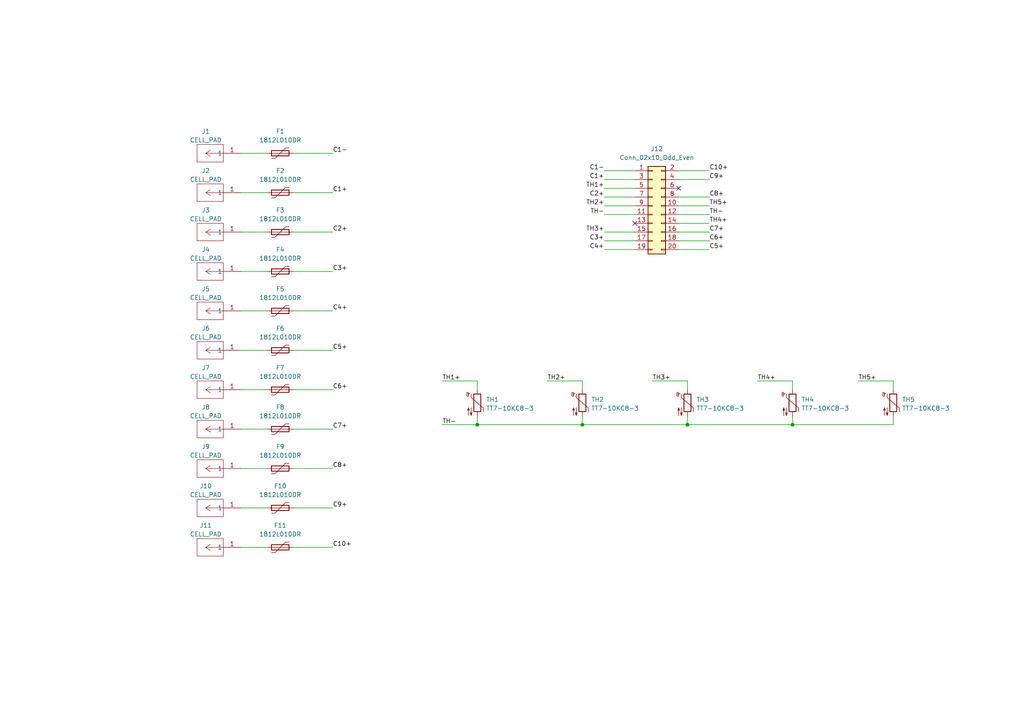
<source format=kicad_sch>
(kicad_sch
	(version 20231120)
	(generator "eeschema")
	(generator_version "8.0")
	(uuid "b652b05a-4e3d-4ad1-b032-18886abe7d45")
	(paper "A4")
	(title_block
		(title "Accumulator Management System Measurement Board")
		(date "2023-11-16")
		(rev "${REVISION}")
		(company "Author: Bartłomiej Dymaczewski")
		(comment 1 "Reviewer:")
	)
	(lib_symbols
		(symbol "Connector_Generic:Conn_02x10_Odd_Even"
			(pin_names
				(offset 1.016) hide)
			(exclude_from_sim no)
			(in_bom yes)
			(on_board yes)
			(property "Reference" "J"
				(at 1.27 12.7 0)
				(effects
					(font
						(size 1.27 1.27)
					)
				)
			)
			(property "Value" "Conn_02x10_Odd_Even"
				(at 1.27 -15.24 0)
				(effects
					(font
						(size 1.27 1.27)
					)
				)
			)
			(property "Footprint" ""
				(at 0 0 0)
				(effects
					(font
						(size 1.27 1.27)
					)
					(hide yes)
				)
			)
			(property "Datasheet" "~"
				(at 0 0 0)
				(effects
					(font
						(size 1.27 1.27)
					)
					(hide yes)
				)
			)
			(property "Description" "Generic connector, double row, 02x10, odd/even pin numbering scheme (row 1 odd numbers, row 2 even numbers), script generated (kicad-library-utils/schlib/autogen/connector/)"
				(at 0 0 0)
				(effects
					(font
						(size 1.27 1.27)
					)
					(hide yes)
				)
			)
			(property "ki_keywords" "connector"
				(at 0 0 0)
				(effects
					(font
						(size 1.27 1.27)
					)
					(hide yes)
				)
			)
			(property "ki_fp_filters" "Connector*:*_2x??_*"
				(at 0 0 0)
				(effects
					(font
						(size 1.27 1.27)
					)
					(hide yes)
				)
			)
			(symbol "Conn_02x10_Odd_Even_1_1"
				(rectangle
					(start -1.27 -12.573)
					(end 0 -12.827)
					(stroke
						(width 0.1524)
						(type default)
					)
					(fill
						(type none)
					)
				)
				(rectangle
					(start -1.27 -10.033)
					(end 0 -10.287)
					(stroke
						(width 0.1524)
						(type default)
					)
					(fill
						(type none)
					)
				)
				(rectangle
					(start -1.27 -7.493)
					(end 0 -7.747)
					(stroke
						(width 0.1524)
						(type default)
					)
					(fill
						(type none)
					)
				)
				(rectangle
					(start -1.27 -4.953)
					(end 0 -5.207)
					(stroke
						(width 0.1524)
						(type default)
					)
					(fill
						(type none)
					)
				)
				(rectangle
					(start -1.27 -2.413)
					(end 0 -2.667)
					(stroke
						(width 0.1524)
						(type default)
					)
					(fill
						(type none)
					)
				)
				(rectangle
					(start -1.27 0.127)
					(end 0 -0.127)
					(stroke
						(width 0.1524)
						(type default)
					)
					(fill
						(type none)
					)
				)
				(rectangle
					(start -1.27 2.667)
					(end 0 2.413)
					(stroke
						(width 0.1524)
						(type default)
					)
					(fill
						(type none)
					)
				)
				(rectangle
					(start -1.27 5.207)
					(end 0 4.953)
					(stroke
						(width 0.1524)
						(type default)
					)
					(fill
						(type none)
					)
				)
				(rectangle
					(start -1.27 7.747)
					(end 0 7.493)
					(stroke
						(width 0.1524)
						(type default)
					)
					(fill
						(type none)
					)
				)
				(rectangle
					(start -1.27 10.287)
					(end 0 10.033)
					(stroke
						(width 0.1524)
						(type default)
					)
					(fill
						(type none)
					)
				)
				(rectangle
					(start -1.27 11.43)
					(end 3.81 -13.97)
					(stroke
						(width 0.254)
						(type default)
					)
					(fill
						(type background)
					)
				)
				(rectangle
					(start 3.81 -12.573)
					(end 2.54 -12.827)
					(stroke
						(width 0.1524)
						(type default)
					)
					(fill
						(type none)
					)
				)
				(rectangle
					(start 3.81 -10.033)
					(end 2.54 -10.287)
					(stroke
						(width 0.1524)
						(type default)
					)
					(fill
						(type none)
					)
				)
				(rectangle
					(start 3.81 -7.493)
					(end 2.54 -7.747)
					(stroke
						(width 0.1524)
						(type default)
					)
					(fill
						(type none)
					)
				)
				(rectangle
					(start 3.81 -4.953)
					(end 2.54 -5.207)
					(stroke
						(width 0.1524)
						(type default)
					)
					(fill
						(type none)
					)
				)
				(rectangle
					(start 3.81 -2.413)
					(end 2.54 -2.667)
					(stroke
						(width 0.1524)
						(type default)
					)
					(fill
						(type none)
					)
				)
				(rectangle
					(start 3.81 0.127)
					(end 2.54 -0.127)
					(stroke
						(width 0.1524)
						(type default)
					)
					(fill
						(type none)
					)
				)
				(rectangle
					(start 3.81 2.667)
					(end 2.54 2.413)
					(stroke
						(width 0.1524)
						(type default)
					)
					(fill
						(type none)
					)
				)
				(rectangle
					(start 3.81 5.207)
					(end 2.54 4.953)
					(stroke
						(width 0.1524)
						(type default)
					)
					(fill
						(type none)
					)
				)
				(rectangle
					(start 3.81 7.747)
					(end 2.54 7.493)
					(stroke
						(width 0.1524)
						(type default)
					)
					(fill
						(type none)
					)
				)
				(rectangle
					(start 3.81 10.287)
					(end 2.54 10.033)
					(stroke
						(width 0.1524)
						(type default)
					)
					(fill
						(type none)
					)
				)
				(pin passive line
					(at -5.08 10.16 0)
					(length 3.81)
					(name "Pin_1"
						(effects
							(font
								(size 1.27 1.27)
							)
						)
					)
					(number "1"
						(effects
							(font
								(size 1.27 1.27)
							)
						)
					)
				)
				(pin passive line
					(at 7.62 0 180)
					(length 3.81)
					(name "Pin_10"
						(effects
							(font
								(size 1.27 1.27)
							)
						)
					)
					(number "10"
						(effects
							(font
								(size 1.27 1.27)
							)
						)
					)
				)
				(pin passive line
					(at -5.08 -2.54 0)
					(length 3.81)
					(name "Pin_11"
						(effects
							(font
								(size 1.27 1.27)
							)
						)
					)
					(number "11"
						(effects
							(font
								(size 1.27 1.27)
							)
						)
					)
				)
				(pin passive line
					(at 7.62 -2.54 180)
					(length 3.81)
					(name "Pin_12"
						(effects
							(font
								(size 1.27 1.27)
							)
						)
					)
					(number "12"
						(effects
							(font
								(size 1.27 1.27)
							)
						)
					)
				)
				(pin passive line
					(at -5.08 -5.08 0)
					(length 3.81)
					(name "Pin_13"
						(effects
							(font
								(size 1.27 1.27)
							)
						)
					)
					(number "13"
						(effects
							(font
								(size 1.27 1.27)
							)
						)
					)
				)
				(pin passive line
					(at 7.62 -5.08 180)
					(length 3.81)
					(name "Pin_14"
						(effects
							(font
								(size 1.27 1.27)
							)
						)
					)
					(number "14"
						(effects
							(font
								(size 1.27 1.27)
							)
						)
					)
				)
				(pin passive line
					(at -5.08 -7.62 0)
					(length 3.81)
					(name "Pin_15"
						(effects
							(font
								(size 1.27 1.27)
							)
						)
					)
					(number "15"
						(effects
							(font
								(size 1.27 1.27)
							)
						)
					)
				)
				(pin passive line
					(at 7.62 -7.62 180)
					(length 3.81)
					(name "Pin_16"
						(effects
							(font
								(size 1.27 1.27)
							)
						)
					)
					(number "16"
						(effects
							(font
								(size 1.27 1.27)
							)
						)
					)
				)
				(pin passive line
					(at -5.08 -10.16 0)
					(length 3.81)
					(name "Pin_17"
						(effects
							(font
								(size 1.27 1.27)
							)
						)
					)
					(number "17"
						(effects
							(font
								(size 1.27 1.27)
							)
						)
					)
				)
				(pin passive line
					(at 7.62 -10.16 180)
					(length 3.81)
					(name "Pin_18"
						(effects
							(font
								(size 1.27 1.27)
							)
						)
					)
					(number "18"
						(effects
							(font
								(size 1.27 1.27)
							)
						)
					)
				)
				(pin passive line
					(at -5.08 -12.7 0)
					(length 3.81)
					(name "Pin_19"
						(effects
							(font
								(size 1.27 1.27)
							)
						)
					)
					(number "19"
						(effects
							(font
								(size 1.27 1.27)
							)
						)
					)
				)
				(pin passive line
					(at 7.62 10.16 180)
					(length 3.81)
					(name "Pin_2"
						(effects
							(font
								(size 1.27 1.27)
							)
						)
					)
					(number "2"
						(effects
							(font
								(size 1.27 1.27)
							)
						)
					)
				)
				(pin passive line
					(at 7.62 -12.7 180)
					(length 3.81)
					(name "Pin_20"
						(effects
							(font
								(size 1.27 1.27)
							)
						)
					)
					(number "20"
						(effects
							(font
								(size 1.27 1.27)
							)
						)
					)
				)
				(pin passive line
					(at -5.08 7.62 0)
					(length 3.81)
					(name "Pin_3"
						(effects
							(font
								(size 1.27 1.27)
							)
						)
					)
					(number "3"
						(effects
							(font
								(size 1.27 1.27)
							)
						)
					)
				)
				(pin passive line
					(at 7.62 7.62 180)
					(length 3.81)
					(name "Pin_4"
						(effects
							(font
								(size 1.27 1.27)
							)
						)
					)
					(number "4"
						(effects
							(font
								(size 1.27 1.27)
							)
						)
					)
				)
				(pin passive line
					(at -5.08 5.08 0)
					(length 3.81)
					(name "Pin_5"
						(effects
							(font
								(size 1.27 1.27)
							)
						)
					)
					(number "5"
						(effects
							(font
								(size 1.27 1.27)
							)
						)
					)
				)
				(pin passive line
					(at 7.62 5.08 180)
					(length 3.81)
					(name "Pin_6"
						(effects
							(font
								(size 1.27 1.27)
							)
						)
					)
					(number "6"
						(effects
							(font
								(size 1.27 1.27)
							)
						)
					)
				)
				(pin passive line
					(at -5.08 2.54 0)
					(length 3.81)
					(name "Pin_7"
						(effects
							(font
								(size 1.27 1.27)
							)
						)
					)
					(number "7"
						(effects
							(font
								(size 1.27 1.27)
							)
						)
					)
				)
				(pin passive line
					(at 7.62 2.54 180)
					(length 3.81)
					(name "Pin_8"
						(effects
							(font
								(size 1.27 1.27)
							)
						)
					)
					(number "8"
						(effects
							(font
								(size 1.27 1.27)
							)
						)
					)
				)
				(pin passive line
					(at -5.08 0 0)
					(length 3.81)
					(name "Pin_9"
						(effects
							(font
								(size 1.27 1.27)
							)
						)
					)
					(number "9"
						(effects
							(font
								(size 1.27 1.27)
							)
						)
					)
				)
			)
		)
		(symbol "Device:Polyfuse"
			(pin_numbers hide)
			(pin_names
				(offset 0)
			)
			(exclude_from_sim no)
			(in_bom yes)
			(on_board yes)
			(property "Reference" "F"
				(at -2.54 0 90)
				(effects
					(font
						(size 1.27 1.27)
					)
				)
			)
			(property "Value" "Polyfuse"
				(at 2.54 0 90)
				(effects
					(font
						(size 1.27 1.27)
					)
				)
			)
			(property "Footprint" ""
				(at 1.27 -5.08 0)
				(effects
					(font
						(size 1.27 1.27)
					)
					(justify left)
					(hide yes)
				)
			)
			(property "Datasheet" "~"
				(at 0 0 0)
				(effects
					(font
						(size 1.27 1.27)
					)
					(hide yes)
				)
			)
			(property "Description" "Resettable fuse, polymeric positive temperature coefficient"
				(at 0 0 0)
				(effects
					(font
						(size 1.27 1.27)
					)
					(hide yes)
				)
			)
			(property "ki_keywords" "resettable fuse PTC PPTC polyfuse polyswitch"
				(at 0 0 0)
				(effects
					(font
						(size 1.27 1.27)
					)
					(hide yes)
				)
			)
			(property "ki_fp_filters" "*polyfuse* *PTC*"
				(at 0 0 0)
				(effects
					(font
						(size 1.27 1.27)
					)
					(hide yes)
				)
			)
			(symbol "Polyfuse_0_1"
				(rectangle
					(start -0.762 2.54)
					(end 0.762 -2.54)
					(stroke
						(width 0.254)
						(type default)
					)
					(fill
						(type none)
					)
				)
				(polyline
					(pts
						(xy 0 2.54) (xy 0 -2.54)
					)
					(stroke
						(width 0)
						(type default)
					)
					(fill
						(type none)
					)
				)
				(polyline
					(pts
						(xy -1.524 2.54) (xy -1.524 1.524) (xy 1.524 -1.524) (xy 1.524 -2.54)
					)
					(stroke
						(width 0)
						(type default)
					)
					(fill
						(type none)
					)
				)
			)
			(symbol "Polyfuse_1_1"
				(pin passive line
					(at 0 3.81 270)
					(length 1.27)
					(name "~"
						(effects
							(font
								(size 1.27 1.27)
							)
						)
					)
					(number "1"
						(effects
							(font
								(size 1.27 1.27)
							)
						)
					)
				)
				(pin passive line
					(at 0 -3.81 90)
					(length 1.27)
					(name "~"
						(effects
							(font
								(size 1.27 1.27)
							)
						)
					)
					(number "2"
						(effects
							(font
								(size 1.27 1.27)
							)
						)
					)
				)
			)
		)
		(symbol "Device:Thermistor_NTC"
			(pin_numbers hide)
			(pin_names
				(offset 0)
			)
			(exclude_from_sim no)
			(in_bom yes)
			(on_board yes)
			(property "Reference" "TH"
				(at -4.445 0 90)
				(effects
					(font
						(size 1.27 1.27)
					)
				)
			)
			(property "Value" "Thermistor_NTC"
				(at 3.175 0 90)
				(effects
					(font
						(size 1.27 1.27)
					)
				)
			)
			(property "Footprint" ""
				(at 0 1.27 0)
				(effects
					(font
						(size 1.27 1.27)
					)
					(hide yes)
				)
			)
			(property "Datasheet" "~"
				(at 0 1.27 0)
				(effects
					(font
						(size 1.27 1.27)
					)
					(hide yes)
				)
			)
			(property "Description" "Temperature dependent resistor, negative temperature coefficient"
				(at 0 0 0)
				(effects
					(font
						(size 1.27 1.27)
					)
					(hide yes)
				)
			)
			(property "ki_keywords" "thermistor NTC resistor sensor RTD"
				(at 0 0 0)
				(effects
					(font
						(size 1.27 1.27)
					)
					(hide yes)
				)
			)
			(property "ki_fp_filters" "*NTC* *Thermistor* PIN?ARRAY* bornier* *Terminal?Block* R_*"
				(at 0 0 0)
				(effects
					(font
						(size 1.27 1.27)
					)
					(hide yes)
				)
			)
			(symbol "Thermistor_NTC_0_1"
				(arc
					(start -3.048 2.159)
					(mid -3.0495 2.3143)
					(end -3.175 2.413)
					(stroke
						(width 0)
						(type default)
					)
					(fill
						(type none)
					)
				)
				(arc
					(start -3.048 2.159)
					(mid -2.9736 1.9794)
					(end -2.794 1.905)
					(stroke
						(width 0)
						(type default)
					)
					(fill
						(type none)
					)
				)
				(arc
					(start -3.048 2.794)
					(mid -2.9736 2.6144)
					(end -2.794 2.54)
					(stroke
						(width 0)
						(type default)
					)
					(fill
						(type none)
					)
				)
				(arc
					(start -2.794 1.905)
					(mid -2.6144 1.9794)
					(end -2.54 2.159)
					(stroke
						(width 0)
						(type default)
					)
					(fill
						(type none)
					)
				)
				(arc
					(start -2.794 2.54)
					(mid -2.4393 2.5587)
					(end -2.159 2.794)
					(stroke
						(width 0)
						(type default)
					)
					(fill
						(type none)
					)
				)
				(arc
					(start -2.794 3.048)
					(mid -2.9736 2.9736)
					(end -3.048 2.794)
					(stroke
						(width 0)
						(type default)
					)
					(fill
						(type none)
					)
				)
				(arc
					(start -2.54 2.794)
					(mid -2.6144 2.9736)
					(end -2.794 3.048)
					(stroke
						(width 0)
						(type default)
					)
					(fill
						(type none)
					)
				)
				(rectangle
					(start -1.016 2.54)
					(end 1.016 -2.54)
					(stroke
						(width 0.254)
						(type default)
					)
					(fill
						(type none)
					)
				)
				(polyline
					(pts
						(xy -2.54 2.159) (xy -2.54 2.794)
					)
					(stroke
						(width 0)
						(type default)
					)
					(fill
						(type none)
					)
				)
				(polyline
					(pts
						(xy -1.778 2.54) (xy -1.778 1.524) (xy 1.778 -1.524) (xy 1.778 -2.54)
					)
					(stroke
						(width 0)
						(type default)
					)
					(fill
						(type none)
					)
				)
				(polyline
					(pts
						(xy -2.54 -3.683) (xy -2.54 -1.397) (xy -2.794 -2.159) (xy -2.286 -2.159) (xy -2.54 -1.397) (xy -2.54 -1.651)
					)
					(stroke
						(width 0)
						(type default)
					)
					(fill
						(type outline)
					)
				)
				(polyline
					(pts
						(xy -1.778 -1.397) (xy -1.778 -3.683) (xy -2.032 -2.921) (xy -1.524 -2.921) (xy -1.778 -3.683)
						(xy -1.778 -3.429)
					)
					(stroke
						(width 0)
						(type default)
					)
					(fill
						(type outline)
					)
				)
			)
			(symbol "Thermistor_NTC_1_1"
				(pin passive line
					(at 0 3.81 270)
					(length 1.27)
					(name "~"
						(effects
							(font
								(size 1.27 1.27)
							)
						)
					)
					(number "1"
						(effects
							(font
								(size 1.27 1.27)
							)
						)
					)
				)
				(pin passive line
					(at 0 -3.81 90)
					(length 1.27)
					(name "~"
						(effects
							(font
								(size 1.27 1.27)
							)
						)
					)
					(number "2"
						(effects
							(font
								(size 1.27 1.27)
							)
						)
					)
				)
			)
		)
		(symbol "Wago Connector:2065-100_998-403"
			(pin_names
				(offset 0.254)
			)
			(exclude_from_sim no)
			(in_bom yes)
			(on_board yes)
			(property "Reference" "J"
				(at -1.27 6.35 0)
				(effects
					(font
						(size 1.524 1.524)
					)
				)
			)
			(property "Value" "2065-100/998-403"
				(at 0 0 0)
				(effects
					(font
						(size 1.524 1.524)
					)
				)
			)
			(property "Footprint" "CONN_2065-100/998-403_1_WAG"
				(at 0 0 0)
				(effects
					(font
						(size 1.27 1.27)
						(italic yes)
					)
					(hide yes)
				)
			)
			(property "Datasheet" "2065-100/998-403"
				(at 0 0 0)
				(effects
					(font
						(size 1.27 1.27)
						(italic yes)
					)
					(hide yes)
				)
			)
			(property "Description" ""
				(at 0 0 0)
				(effects
					(font
						(size 1.27 1.27)
					)
					(hide yes)
				)
			)
			(property "ki_locked" ""
				(at 0 0 0)
				(effects
					(font
						(size 1.27 1.27)
					)
				)
			)
			(property "ki_keywords" "2065-100/998-403"
				(at 0 0 0)
				(effects
					(font
						(size 1.27 1.27)
					)
					(hide yes)
				)
			)
			(property "ki_fp_filters" "CONN_2065-100/998-403_1_WAG"
				(at 0 0 0)
				(effects
					(font
						(size 1.27 1.27)
					)
					(hide yes)
				)
			)
			(symbol "2065-100_998-403_1_1"
				(polyline
					(pts
						(xy -5.08 -2.54) (xy 2.54 -2.54)
					)
					(stroke
						(width 0.127)
						(type default)
					)
					(fill
						(type none)
					)
				)
				(polyline
					(pts
						(xy -5.08 2.54) (xy -5.08 -2.54)
					)
					(stroke
						(width 0.127)
						(type default)
					)
					(fill
						(type none)
					)
				)
				(polyline
					(pts
						(xy 0 0) (xy -5.08 0)
					)
					(stroke
						(width 0.127)
						(type default)
					)
					(fill
						(type none)
					)
				)
				(polyline
					(pts
						(xy 0 0) (xy -1.27 -0.8467)
					)
					(stroke
						(width 0.127)
						(type default)
					)
					(fill
						(type none)
					)
				)
				(polyline
					(pts
						(xy 0 0) (xy -1.27 0.8467)
					)
					(stroke
						(width 0.127)
						(type default)
					)
					(fill
						(type none)
					)
				)
				(polyline
					(pts
						(xy 2.54 -2.54) (xy 2.54 2.54)
					)
					(stroke
						(width 0.127)
						(type default)
					)
					(fill
						(type none)
					)
				)
				(polyline
					(pts
						(xy 2.54 2.54) (xy -5.08 2.54)
					)
					(stroke
						(width 0.127)
						(type default)
					)
					(fill
						(type none)
					)
				)
				(pin unspecified line
					(at -10.16 0 0)
					(length 5.08)
					(name "1"
						(effects
							(font
								(size 1.27 1.27)
							)
						)
					)
					(number "1"
						(effects
							(font
								(size 1.27 1.27)
							)
						)
					)
				)
			)
			(symbol "2065-100_998-403_1_2"
				(polyline
					(pts
						(xy -5.08 -2.54) (xy 2.54 -2.54)
					)
					(stroke
						(width 0.127)
						(type default)
					)
					(fill
						(type none)
					)
				)
				(polyline
					(pts
						(xy -5.08 2.54) (xy -5.08 -2.54)
					)
					(stroke
						(width 0.127)
						(type default)
					)
					(fill
						(type none)
					)
				)
				(polyline
					(pts
						(xy -2.54 0) (xy -5.08 0)
					)
					(stroke
						(width 0.127)
						(type default)
					)
					(fill
						(type none)
					)
				)
				(polyline
					(pts
						(xy -2.54 0) (xy -1.27 -0.8467)
					)
					(stroke
						(width 0.127)
						(type default)
					)
					(fill
						(type none)
					)
				)
				(polyline
					(pts
						(xy -2.54 0) (xy -1.27 0.8467)
					)
					(stroke
						(width 0.127)
						(type default)
					)
					(fill
						(type none)
					)
				)
				(polyline
					(pts
						(xy 2.54 -2.54) (xy 2.54 2.54)
					)
					(stroke
						(width 0.127)
						(type default)
					)
					(fill
						(type none)
					)
				)
				(polyline
					(pts
						(xy 2.54 2.54) (xy -5.08 2.54)
					)
					(stroke
						(width 0.127)
						(type default)
					)
					(fill
						(type none)
					)
				)
				(pin unspecified line
					(at -10.16 0 0)
					(length 5.08)
					(name "1"
						(effects
							(font
								(size 1.27 1.27)
							)
						)
					)
					(number "1"
						(effects
							(font
								(size 1.27 1.27)
							)
						)
					)
				)
			)
		)
	)
	(junction
		(at 199.39 123.19)
		(diameter 0)
		(color 0 0 0 0)
		(uuid "361cabbc-978d-411c-bd01-a751244b0846")
	)
	(junction
		(at 168.91 123.19)
		(diameter 0)
		(color 0 0 0 0)
		(uuid "66e98506-6d3f-48c0-aa1d-211faad581d2")
	)
	(junction
		(at 138.43 123.19)
		(diameter 0)
		(color 0 0 0 0)
		(uuid "9aa468e2-06d3-49f7-9a93-ba9a6e85e047")
	)
	(junction
		(at 229.87 123.19)
		(diameter 0)
		(color 0 0 0 0)
		(uuid "bc644881-ccd5-442e-8839-b2a1976da265")
	)
	(no_connect
		(at 196.85 54.61)
		(uuid "37de2df3-4646-43de-a50b-e0990fed9e5c")
	)
	(no_connect
		(at 184.15 64.77)
		(uuid "b2f983a7-b3f2-4d97-a798-75a45fea54d2")
	)
	(wire
		(pts
			(xy 69.85 124.46) (xy 77.47 124.46)
		)
		(stroke
			(width 0)
			(type default)
		)
		(uuid "00307b5d-fe67-4549-be2d-920f785fde95")
	)
	(wire
		(pts
			(xy 128.27 110.49) (xy 138.43 110.49)
		)
		(stroke
			(width 0)
			(type default)
		)
		(uuid "0460de5b-e72b-49eb-8386-4012d3230561")
	)
	(wire
		(pts
			(xy 175.26 62.23) (xy 184.15 62.23)
		)
		(stroke
			(width 0)
			(type default)
		)
		(uuid "06132798-6f65-4b72-98ca-4893c867db5f")
	)
	(wire
		(pts
			(xy 85.09 44.45) (xy 96.52 44.45)
		)
		(stroke
			(width 0)
			(type default)
		)
		(uuid "0a35dfeb-5ec9-43d9-99d4-e539b1e9dbf2")
	)
	(wire
		(pts
			(xy 196.85 59.69) (xy 205.74 59.69)
		)
		(stroke
			(width 0)
			(type default)
		)
		(uuid "130d504a-903e-49b6-900f-a3d6360886c3")
	)
	(wire
		(pts
			(xy 128.27 123.19) (xy 138.43 123.19)
		)
		(stroke
			(width 0)
			(type default)
		)
		(uuid "134b122d-b8b0-4059-8799-6f16c31de4e4")
	)
	(wire
		(pts
			(xy 85.09 90.17) (xy 96.52 90.17)
		)
		(stroke
			(width 0)
			(type default)
		)
		(uuid "142311f4-1122-45e1-a249-f7389ab46080")
	)
	(wire
		(pts
			(xy 85.09 135.89) (xy 96.52 135.89)
		)
		(stroke
			(width 0)
			(type default)
		)
		(uuid "16f40db9-6472-4f59-9ded-b69eab30d561")
	)
	(wire
		(pts
			(xy 196.85 67.31) (xy 205.74 67.31)
		)
		(stroke
			(width 0)
			(type default)
		)
		(uuid "263c8d74-30cd-4067-933b-dcad1589b9a4")
	)
	(wire
		(pts
			(xy 175.26 69.85) (xy 184.15 69.85)
		)
		(stroke
			(width 0)
			(type default)
		)
		(uuid "27759cad-02b1-40fa-9af8-5f82486a454b")
	)
	(wire
		(pts
			(xy 138.43 110.49) (xy 138.43 113.03)
		)
		(stroke
			(width 0)
			(type default)
		)
		(uuid "293f03d8-27d7-4481-8a5d-dba04c614d6d")
	)
	(wire
		(pts
			(xy 85.09 124.46) (xy 96.52 124.46)
		)
		(stroke
			(width 0)
			(type default)
		)
		(uuid "2e263ccb-df9c-471f-be34-24596ec77040")
	)
	(wire
		(pts
			(xy 85.09 158.75) (xy 96.52 158.75)
		)
		(stroke
			(width 0)
			(type default)
		)
		(uuid "3866f7d4-5ea2-4986-aa1a-d5b36cd03904")
	)
	(wire
		(pts
			(xy 175.26 49.53) (xy 184.15 49.53)
		)
		(stroke
			(width 0)
			(type default)
		)
		(uuid "391f7f59-59ec-45f2-a058-a2f55f4be7e1")
	)
	(wire
		(pts
			(xy 175.26 54.61) (xy 184.15 54.61)
		)
		(stroke
			(width 0)
			(type default)
		)
		(uuid "395f96d5-b245-4a1d-8907-b416a719ae12")
	)
	(wire
		(pts
			(xy 229.87 120.65) (xy 229.87 123.19)
		)
		(stroke
			(width 0)
			(type default)
		)
		(uuid "3994c29c-3aca-4c71-b201-9b451780e059")
	)
	(wire
		(pts
			(xy 175.26 67.31) (xy 184.15 67.31)
		)
		(stroke
			(width 0)
			(type default)
		)
		(uuid "3a3b3c5d-3a8f-48af-8e0b-4b48c2e8a311")
	)
	(wire
		(pts
			(xy 196.85 62.23) (xy 205.74 62.23)
		)
		(stroke
			(width 0)
			(type default)
		)
		(uuid "40a3f7c6-ffac-4732-b16e-2da0e1ca02d8")
	)
	(wire
		(pts
			(xy 85.09 147.32) (xy 96.52 147.32)
		)
		(stroke
			(width 0)
			(type default)
		)
		(uuid "42a22a84-631c-4580-8b20-920a2466f7a9")
	)
	(wire
		(pts
			(xy 259.08 110.49) (xy 259.08 113.03)
		)
		(stroke
			(width 0)
			(type default)
		)
		(uuid "4439af3c-f619-4a75-9935-0411d6b6fd9f")
	)
	(wire
		(pts
			(xy 69.85 101.6) (xy 77.47 101.6)
		)
		(stroke
			(width 0)
			(type default)
		)
		(uuid "464b8351-e600-4fe1-8624-a5aa66847a8b")
	)
	(wire
		(pts
			(xy 175.26 52.07) (xy 184.15 52.07)
		)
		(stroke
			(width 0)
			(type default)
		)
		(uuid "478de52a-7c27-46a0-93fa-dd284acf10b4")
	)
	(wire
		(pts
			(xy 168.91 123.19) (xy 199.39 123.19)
		)
		(stroke
			(width 0)
			(type default)
		)
		(uuid "50aa37bb-f5b8-4699-86d6-bc762fba0f4d")
	)
	(wire
		(pts
			(xy 229.87 123.19) (xy 259.08 123.19)
		)
		(stroke
			(width 0)
			(type default)
		)
		(uuid "54ae57fa-ec3f-421e-9fb4-a047352fac6a")
	)
	(wire
		(pts
			(xy 229.87 110.49) (xy 229.87 113.03)
		)
		(stroke
			(width 0)
			(type default)
		)
		(uuid "58c02c41-cc69-4a0f-926f-6f98e514e04f")
	)
	(wire
		(pts
			(xy 199.39 120.65) (xy 199.39 123.19)
		)
		(stroke
			(width 0)
			(type default)
		)
		(uuid "69c9b195-6370-4104-873b-20544cfaa2e9")
	)
	(wire
		(pts
			(xy 69.85 55.88) (xy 77.47 55.88)
		)
		(stroke
			(width 0)
			(type default)
		)
		(uuid "6e7b2c76-1caf-4b69-9bc8-c0ee435ef444")
	)
	(wire
		(pts
			(xy 69.85 78.74) (xy 77.47 78.74)
		)
		(stroke
			(width 0)
			(type default)
		)
		(uuid "6f8f5dd9-3470-46c4-817f-7dd99f9d3660")
	)
	(wire
		(pts
			(xy 175.26 72.39) (xy 184.15 72.39)
		)
		(stroke
			(width 0)
			(type default)
		)
		(uuid "7adc09f4-85fd-42c7-800f-dfec64e8223f")
	)
	(wire
		(pts
			(xy 196.85 64.77) (xy 205.74 64.77)
		)
		(stroke
			(width 0)
			(type default)
		)
		(uuid "803410e4-666e-45b9-84fe-0d1a64128fdb")
	)
	(wire
		(pts
			(xy 69.85 44.45) (xy 77.47 44.45)
		)
		(stroke
			(width 0)
			(type default)
		)
		(uuid "8607f720-e442-4c06-82d7-edabd3dd87fe")
	)
	(wire
		(pts
			(xy 168.91 110.49) (xy 168.91 113.03)
		)
		(stroke
			(width 0)
			(type default)
		)
		(uuid "86d2a66c-3ffe-4a87-880b-262b1468ea8d")
	)
	(wire
		(pts
			(xy 85.09 101.6) (xy 96.52 101.6)
		)
		(stroke
			(width 0)
			(type default)
		)
		(uuid "8f17108e-9890-428f-9d8f-0dbf6a78e156")
	)
	(wire
		(pts
			(xy 85.09 78.74) (xy 96.52 78.74)
		)
		(stroke
			(width 0)
			(type default)
		)
		(uuid "94d3606c-2731-45f8-bef2-0af0d3c0abe5")
	)
	(wire
		(pts
			(xy 158.75 110.49) (xy 168.91 110.49)
		)
		(stroke
			(width 0)
			(type default)
		)
		(uuid "9a2e29d2-8bee-4c1f-940d-0a9c66bd1f85")
	)
	(wire
		(pts
			(xy 259.08 120.65) (xy 259.08 123.19)
		)
		(stroke
			(width 0)
			(type default)
		)
		(uuid "9a38b02a-c9bb-4794-809e-5055479ed1c1")
	)
	(wire
		(pts
			(xy 196.85 72.39) (xy 205.74 72.39)
		)
		(stroke
			(width 0)
			(type default)
		)
		(uuid "9b2e2406-0f52-4383-8b66-f9e6ee4109a6")
	)
	(wire
		(pts
			(xy 248.92 110.49) (xy 259.08 110.49)
		)
		(stroke
			(width 0)
			(type default)
		)
		(uuid "9f5139a8-547a-4718-964c-174bc697af3d")
	)
	(wire
		(pts
			(xy 189.23 110.49) (xy 199.39 110.49)
		)
		(stroke
			(width 0)
			(type default)
		)
		(uuid "a5a1f286-2e3f-4c41-bab6-ec256c01426e")
	)
	(wire
		(pts
			(xy 175.26 57.15) (xy 184.15 57.15)
		)
		(stroke
			(width 0)
			(type default)
		)
		(uuid "a8e1176a-4fe9-4153-9cd8-4c7167160a17")
	)
	(wire
		(pts
			(xy 69.85 135.89) (xy 77.47 135.89)
		)
		(stroke
			(width 0)
			(type default)
		)
		(uuid "ab4b9305-37e2-4d4e-a247-1f05b6232735")
	)
	(wire
		(pts
			(xy 69.85 90.17) (xy 77.47 90.17)
		)
		(stroke
			(width 0)
			(type default)
		)
		(uuid "b2904dfc-cbad-437d-90da-8b4ae2aff085")
	)
	(wire
		(pts
			(xy 138.43 120.65) (xy 138.43 123.19)
		)
		(stroke
			(width 0)
			(type default)
		)
		(uuid "b557f88d-d81f-44db-9436-904e3cd33d62")
	)
	(wire
		(pts
			(xy 138.43 123.19) (xy 168.91 123.19)
		)
		(stroke
			(width 0)
			(type default)
		)
		(uuid "b8ef79e7-10a7-4c51-92e8-7a7e9229b1db")
	)
	(wire
		(pts
			(xy 196.85 49.53) (xy 205.74 49.53)
		)
		(stroke
			(width 0)
			(type default)
		)
		(uuid "b9b78775-1b67-495b-887d-697f3881a237")
	)
	(wire
		(pts
			(xy 168.91 120.65) (xy 168.91 123.19)
		)
		(stroke
			(width 0)
			(type default)
		)
		(uuid "bdf9a23a-e40f-43e9-a909-06fe8b851b20")
	)
	(wire
		(pts
			(xy 69.85 147.32) (xy 77.47 147.32)
		)
		(stroke
			(width 0)
			(type default)
		)
		(uuid "c1ba9325-d127-4b7d-94d9-c13e841df1ef")
	)
	(wire
		(pts
			(xy 85.09 67.31) (xy 96.52 67.31)
		)
		(stroke
			(width 0)
			(type default)
		)
		(uuid "cc8174f5-cec5-43ca-a890-2defe0f4e66d")
	)
	(wire
		(pts
			(xy 69.85 67.31) (xy 77.47 67.31)
		)
		(stroke
			(width 0)
			(type default)
		)
		(uuid "d617af96-9cfa-4c3d-90d4-e8262eb36654")
	)
	(wire
		(pts
			(xy 85.09 113.03) (xy 96.52 113.03)
		)
		(stroke
			(width 0)
			(type default)
		)
		(uuid "d68cc2bf-bc28-4fef-b91f-4b2baca61abd")
	)
	(wire
		(pts
			(xy 199.39 123.19) (xy 229.87 123.19)
		)
		(stroke
			(width 0)
			(type default)
		)
		(uuid "d9f89035-b175-4319-9e25-b134aa6eccc5")
	)
	(wire
		(pts
			(xy 85.09 55.88) (xy 96.52 55.88)
		)
		(stroke
			(width 0)
			(type default)
		)
		(uuid "dc2c3ad0-9e8c-45f9-be3b-2595a6a3e494")
	)
	(wire
		(pts
			(xy 196.85 52.07) (xy 205.74 52.07)
		)
		(stroke
			(width 0)
			(type default)
		)
		(uuid "df4d8680-7ee4-4861-817a-6990964d3b83")
	)
	(wire
		(pts
			(xy 69.85 158.75) (xy 77.47 158.75)
		)
		(stroke
			(width 0)
			(type default)
		)
		(uuid "e6ea88e2-9945-4a66-8d23-72ff4525aea1")
	)
	(wire
		(pts
			(xy 196.85 57.15) (xy 205.74 57.15)
		)
		(stroke
			(width 0)
			(type default)
		)
		(uuid "f0557357-e2f5-49e7-8700-a0495788ca9e")
	)
	(wire
		(pts
			(xy 175.26 59.69) (xy 184.15 59.69)
		)
		(stroke
			(width 0)
			(type default)
		)
		(uuid "f05e5e64-2294-4b90-9f74-bd862a42b39e")
	)
	(wire
		(pts
			(xy 69.85 113.03) (xy 77.47 113.03)
		)
		(stroke
			(width 0)
			(type default)
		)
		(uuid "f3a63714-0a33-4340-9047-baf80cbc1b02")
	)
	(wire
		(pts
			(xy 219.71 110.49) (xy 229.87 110.49)
		)
		(stroke
			(width 0)
			(type default)
		)
		(uuid "f43ddb96-502c-41a4-bb36-2699ea2c2f40")
	)
	(wire
		(pts
			(xy 196.85 69.85) (xy 205.74 69.85)
		)
		(stroke
			(width 0)
			(type default)
		)
		(uuid "f96e76f2-5e87-4478-99d8-13a15ba25b08")
	)
	(wire
		(pts
			(xy 199.39 110.49) (xy 199.39 113.03)
		)
		(stroke
			(width 0)
			(type default)
		)
		(uuid "ff87e5fa-3b98-423b-87f5-b6b16a20364b")
	)
	(label "C2+"
		(at 175.26 57.15 180)
		(fields_autoplaced yes)
		(effects
			(font
				(size 1.27 1.27)
			)
			(justify right bottom)
		)
		(uuid "05ae8669-62dd-42a1-9f17-7c37d09ce5d5")
	)
	(label "C2+"
		(at 96.52 67.31 0)
		(fields_autoplaced yes)
		(effects
			(font
				(size 1.27 1.27)
			)
			(justify left bottom)
		)
		(uuid "183ef320-6bd4-412d-b6c7-5497fc0fa267")
	)
	(label "C8+"
		(at 96.52 135.89 0)
		(fields_autoplaced yes)
		(effects
			(font
				(size 1.27 1.27)
			)
			(justify left bottom)
		)
		(uuid "2eedaebb-b222-4e41-867c-7e8105050570")
	)
	(label "C7+"
		(at 96.52 124.46 0)
		(fields_autoplaced yes)
		(effects
			(font
				(size 1.27 1.27)
			)
			(justify left bottom)
		)
		(uuid "399cc458-ac9b-44c9-9d10-d87424805f28")
	)
	(label "C9+"
		(at 205.74 52.07 0)
		(fields_autoplaced yes)
		(effects
			(font
				(size 1.27 1.27)
			)
			(justify left bottom)
		)
		(uuid "3c165159-d488-4a6e-862b-5bd5eb7bdb0e")
	)
	(label "TH-"
		(at 175.26 62.23 180)
		(fields_autoplaced yes)
		(effects
			(font
				(size 1.27 1.27)
			)
			(justify right bottom)
		)
		(uuid "3fda0b19-8a00-4a22-9f2c-f627fdec131d")
	)
	(label "C8+"
		(at 205.74 57.15 0)
		(fields_autoplaced yes)
		(effects
			(font
				(size 1.27 1.27)
			)
			(justify left bottom)
		)
		(uuid "4d9f523d-0dae-4f40-9a59-9864f9eb6575")
	)
	(label "TH4+"
		(at 205.74 64.77 0)
		(fields_autoplaced yes)
		(effects
			(font
				(size 1.27 1.27)
			)
			(justify left bottom)
		)
		(uuid "5fdba5fb-b870-4b59-8f17-a907b454f63d")
	)
	(label "C1+"
		(at 175.26 52.07 180)
		(fields_autoplaced yes)
		(effects
			(font
				(size 1.27 1.27)
			)
			(justify right bottom)
		)
		(uuid "63110d46-ce89-4fd2-bb64-1a81f24c778b")
	)
	(label "TH4+"
		(at 219.71 110.49 0)
		(fields_autoplaced yes)
		(effects
			(font
				(size 1.27 1.27)
			)
			(justify left bottom)
		)
		(uuid "65094144-2ad0-4033-b065-fd2cd38a7062")
	)
	(label "C1-"
		(at 96.52 44.45 0)
		(fields_autoplaced yes)
		(effects
			(font
				(size 1.27 1.27)
			)
			(justify left bottom)
		)
		(uuid "6a980a7e-1943-4d53-9467-e4ee7e14ee75")
	)
	(label "TH5+"
		(at 205.74 59.69 0)
		(fields_autoplaced yes)
		(effects
			(font
				(size 1.27 1.27)
			)
			(justify left bottom)
		)
		(uuid "6ae46478-3c86-4cd5-8adb-30b4efd365ac")
	)
	(label "TH2+"
		(at 158.75 110.49 0)
		(fields_autoplaced yes)
		(effects
			(font
				(size 1.27 1.27)
			)
			(justify left bottom)
		)
		(uuid "6b70d7af-0484-42cb-8123-ab8ba9bc9f8c")
	)
	(label "C4+"
		(at 96.52 90.17 0)
		(fields_autoplaced yes)
		(effects
			(font
				(size 1.27 1.27)
			)
			(justify left bottom)
		)
		(uuid "6d988c6b-68d8-484d-9924-7f0821c1da8b")
	)
	(label "TH1+"
		(at 175.26 54.61 180)
		(fields_autoplaced yes)
		(effects
			(font
				(size 1.27 1.27)
			)
			(justify right bottom)
		)
		(uuid "6f0724c5-0b86-4c47-b338-b48a86aab04c")
	)
	(label "C5+"
		(at 96.52 101.6 0)
		(fields_autoplaced yes)
		(effects
			(font
				(size 1.27 1.27)
			)
			(justify left bottom)
		)
		(uuid "711c563f-c657-4ea0-a9f5-a81d7a3785ee")
	)
	(label "C4+"
		(at 175.26 72.39 180)
		(fields_autoplaced yes)
		(effects
			(font
				(size 1.27 1.27)
			)
			(justify right bottom)
		)
		(uuid "745a9990-dc96-4d3d-bfe8-aea394153ecf")
	)
	(label "TH1+"
		(at 128.27 110.49 0)
		(fields_autoplaced yes)
		(effects
			(font
				(size 1.27 1.27)
			)
			(justify left bottom)
		)
		(uuid "76dbf398-1106-4535-9247-6f1ebaf9dc93")
	)
	(label "C9+"
		(at 96.52 147.32 0)
		(fields_autoplaced yes)
		(effects
			(font
				(size 1.27 1.27)
			)
			(justify left bottom)
		)
		(uuid "80aa99f2-6bf7-4db7-a092-e203bda9be2b")
	)
	(label "TH3+"
		(at 175.26 67.31 180)
		(fields_autoplaced yes)
		(effects
			(font
				(size 1.27 1.27)
			)
			(justify right bottom)
		)
		(uuid "83da58bc-ab51-4431-b178-b429a4708769")
	)
	(label "C5+"
		(at 205.74 72.39 0)
		(fields_autoplaced yes)
		(effects
			(font
				(size 1.27 1.27)
			)
			(justify left bottom)
		)
		(uuid "87b13570-2ad5-4c4a-a5fe-8f33c822a2ed")
	)
	(label "C10+"
		(at 96.52 158.75 0)
		(fields_autoplaced yes)
		(effects
			(font
				(size 1.27 1.27)
			)
			(justify left bottom)
		)
		(uuid "908516c7-ee61-427a-acd8-e5f3271bf540")
	)
	(label "C1-"
		(at 175.26 49.53 180)
		(fields_autoplaced yes)
		(effects
			(font
				(size 1.27 1.27)
			)
			(justify right bottom)
		)
		(uuid "90b4e1cf-153e-482d-a4b9-c9d9f7f3c657")
	)
	(label "TH-"
		(at 205.74 62.23 0)
		(fields_autoplaced yes)
		(effects
			(font
				(size 1.27 1.27)
			)
			(justify left bottom)
		)
		(uuid "9830add9-4ba3-47c8-97fe-d2c3e6cce585")
	)
	(label "C3+"
		(at 175.26 69.85 180)
		(fields_autoplaced yes)
		(effects
			(font
				(size 1.27 1.27)
			)
			(justify right bottom)
		)
		(uuid "a29a3899-44f0-405d-8fc0-5229d4beb612")
	)
	(label "TH5+"
		(at 248.92 110.49 0)
		(fields_autoplaced yes)
		(effects
			(font
				(size 1.27 1.27)
			)
			(justify left bottom)
		)
		(uuid "a82a834e-74b5-498a-963c-f54fb9228ac6")
	)
	(label "C6+"
		(at 205.74 69.85 0)
		(fields_autoplaced yes)
		(effects
			(font
				(size 1.27 1.27)
			)
			(justify left bottom)
		)
		(uuid "c1b027ed-03fc-4d39-a67a-3a84fdfd25ce")
	)
	(label "TH3+"
		(at 189.23 110.49 0)
		(fields_autoplaced yes)
		(effects
			(font
				(size 1.27 1.27)
			)
			(justify left bottom)
		)
		(uuid "c297963b-8ef7-4ade-9a1c-b0da7e3ed92e")
	)
	(label "C3+"
		(at 96.52 78.74 0)
		(fields_autoplaced yes)
		(effects
			(font
				(size 1.27 1.27)
			)
			(justify left bottom)
		)
		(uuid "c735cf35-85e3-4e46-ba18-7086d98ec208")
	)
	(label "C6+"
		(at 96.52 113.03 0)
		(fields_autoplaced yes)
		(effects
			(font
				(size 1.27 1.27)
			)
			(justify left bottom)
		)
		(uuid "d257f892-e9d7-409d-bdff-e44afdc6cc26")
	)
	(label "TH2+"
		(at 175.26 59.69 180)
		(fields_autoplaced yes)
		(effects
			(font
				(size 1.27 1.27)
			)
			(justify right bottom)
		)
		(uuid "e17b750a-3350-4f73-a133-4647d8eed33b")
	)
	(label "TH-"
		(at 128.27 123.19 0)
		(fields_autoplaced yes)
		(effects
			(font
				(size 1.27 1.27)
			)
			(justify left bottom)
		)
		(uuid "eba72ad3-5a62-4b5e-b12f-835037632f7e")
	)
	(label "C7+"
		(at 205.74 67.31 0)
		(fields_autoplaced yes)
		(effects
			(font
				(size 1.27 1.27)
			)
			(justify left bottom)
		)
		(uuid "ec019f4b-5dd0-48a5-b797-adf3fc9ed039")
	)
	(label "C10+"
		(at 205.74 49.53 0)
		(fields_autoplaced yes)
		(effects
			(font
				(size 1.27 1.27)
			)
			(justify left bottom)
		)
		(uuid "fc56e9b4-6964-46de-8f43-eaaeca686ff4")
	)
	(label "C1+"
		(at 96.52 55.88 0)
		(fields_autoplaced yes)
		(effects
			(font
				(size 1.27 1.27)
			)
			(justify left bottom)
		)
		(uuid "ff6d3576-ce43-4388-bef8-952f57a1a8c3")
	)
	(symbol
		(lib_id "Connector_Generic:Conn_02x10_Odd_Even")
		(at 189.23 59.69 0)
		(unit 1)
		(exclude_from_sim no)
		(in_bom yes)
		(on_board yes)
		(dnp no)
		(fields_autoplaced yes)
		(uuid "1c89facc-5f74-451f-b8a1-f4139e7dc66e")
		(property "Reference" "J12"
			(at 190.5 43.18 0)
			(effects
				(font
					(size 1.27 1.27)
				)
			)
		)
		(property "Value" "Conn_02x10_Odd_Even"
			(at 190.5 45.72 0)
			(effects
				(font
					(size 1.27 1.27)
				)
			)
		)
		(property "Footprint" "Connector_IDC:IDC-Header_2x10_P2.54mm_Vertical"
			(at 189.23 59.69 0)
			(effects
				(font
					(size 1.27 1.27)
				)
				(hide yes)
			)
		)
		(property "Datasheet" "~"
			(at 189.23 59.69 0)
			(effects
				(font
					(size 1.27 1.27)
				)
				(hide yes)
			)
		)
		(property "Description" ""
			(at 189.23 59.69 0)
			(effects
				(font
					(size 1.27 1.27)
				)
				(hide yes)
			)
		)
		(pin "1"
			(uuid "1c435114-a2f6-4a10-b776-4d95acc06ef4")
		)
		(pin "10"
			(uuid "9fbea44b-5d42-4b49-8526-5c0d01e01dac")
		)
		(pin "11"
			(uuid "650c72ad-a343-4d08-9ca9-b643771a4022")
		)
		(pin "12"
			(uuid "0f693fa4-acf3-49ce-b308-ebee4b4ff854")
		)
		(pin "13"
			(uuid "8e46cacb-cb89-4fe5-8e74-ec773e0df07f")
		)
		(pin "14"
			(uuid "ed853df0-7376-43b0-b682-393e4f1a1116")
		)
		(pin "15"
			(uuid "43dc19c1-79c2-42b0-bf43-86a153966237")
		)
		(pin "16"
			(uuid "f6506be5-8418-4cc1-9552-d94081caa514")
		)
		(pin "17"
			(uuid "540c9723-17fd-452e-a3b5-11e21f0e2394")
		)
		(pin "18"
			(uuid "c67eafbd-8d52-4601-bd07-65461b74bec5")
		)
		(pin "19"
			(uuid "92ece287-eaf5-4e4d-96f9-a441439cf5d4")
		)
		(pin "2"
			(uuid "5fcccd3b-503b-4826-b21e-b7c4a5ec82ce")
		)
		(pin "20"
			(uuid "83dbeac4-8789-4623-b79c-cc33a7772bde")
		)
		(pin "3"
			(uuid "8677fc90-06b7-42fc-9c46-5d8cd9130df4")
		)
		(pin "4"
			(uuid "0230452c-f348-4f94-ab51-58c716ebd7a6")
		)
		(pin "5"
			(uuid "d02f4fbe-a8ad-4210-affc-a54aa303a9e2")
		)
		(pin "6"
			(uuid "d40ef16f-9962-4f5e-a31c-f6a59e400a1d")
		)
		(pin "7"
			(uuid "4a98efb2-69fa-4715-b0f0-eef3c2c44c90")
		)
		(pin "8"
			(uuid "4ab8930d-c62c-422b-96db-80212b122b08")
		)
		(pin "9"
			(uuid "1db00b65-81e3-4b03-8924-c87ad55c228e")
		)
		(instances
			(project "ams_measurement"
				(path "/b652b05a-4e3d-4ad1-b032-18886abe7d45"
					(reference "J12")
					(unit 1)
				)
			)
		)
	)
	(symbol
		(lib_id "Wago Connector:2065-100_998-403")
		(at 59.69 55.88 180)
		(unit 1)
		(exclude_from_sim no)
		(in_bom yes)
		(on_board yes)
		(dnp no)
		(fields_autoplaced yes)
		(uuid "240d144c-69dd-4ee9-a105-b0cb2e920d5c")
		(property "Reference" "J2"
			(at 59.69 49.53 0)
			(effects
				(font
					(size 1.27 1.27)
				)
			)
		)
		(property "Value" "CELL_PAD"
			(at 59.69 52.07 0)
			(effects
				(font
					(size 1.27 1.27)
				)
			)
		)
		(property "Footprint" "Wago_Connector:CONN_2065-100&slash_998-403_1_WAG"
			(at 59.69 55.88 0)
			(effects
				(font
					(size 1.27 1.27)
					(italic yes)
				)
				(hide yes)
			)
		)
		(property "Datasheet" "2065-100/998-403"
			(at 59.69 55.88 0)
			(effects
				(font
					(size 1.27 1.27)
					(italic yes)
				)
				(hide yes)
			)
		)
		(property "Description" ""
			(at 59.69 55.88 0)
			(effects
				(font
					(size 1.27 1.27)
				)
				(hide yes)
			)
		)
		(pin "1"
			(uuid "0e79987c-2a52-4e71-b477-034715392b3c")
		)
		(instances
			(project "ams_measurement"
				(path "/b652b05a-4e3d-4ad1-b032-18886abe7d45"
					(reference "J2")
					(unit 1)
				)
			)
		)
	)
	(symbol
		(lib_id "Wago Connector:2065-100_998-403")
		(at 59.69 78.74 180)
		(unit 1)
		(exclude_from_sim no)
		(in_bom yes)
		(on_board yes)
		(dnp no)
		(fields_autoplaced yes)
		(uuid "2ea0992a-63e2-4f5c-bf16-0a472774bee9")
		(property "Reference" "J4"
			(at 59.69 72.39 0)
			(effects
				(font
					(size 1.27 1.27)
				)
			)
		)
		(property "Value" "CELL_PAD"
			(at 59.69 74.93 0)
			(effects
				(font
					(size 1.27 1.27)
				)
			)
		)
		(property "Footprint" "Wago_Connector:CONN_2065-100&slash_998-403_1_WAG"
			(at 59.69 78.74 0)
			(effects
				(font
					(size 1.27 1.27)
					(italic yes)
				)
				(hide yes)
			)
		)
		(property "Datasheet" "2065-100/998-403"
			(at 59.69 78.74 0)
			(effects
				(font
					(size 1.27 1.27)
					(italic yes)
				)
				(hide yes)
			)
		)
		(property "Description" ""
			(at 59.69 78.74 0)
			(effects
				(font
					(size 1.27 1.27)
				)
				(hide yes)
			)
		)
		(pin "1"
			(uuid "a0b9ee4d-4fed-401e-8ee4-d749db581422")
		)
		(instances
			(project "ams_measurement"
				(path "/b652b05a-4e3d-4ad1-b032-18886abe7d45"
					(reference "J4")
					(unit 1)
				)
			)
		)
	)
	(symbol
		(lib_id "Device:Polyfuse")
		(at 81.28 67.31 90)
		(unit 1)
		(exclude_from_sim no)
		(in_bom yes)
		(on_board yes)
		(dnp no)
		(fields_autoplaced yes)
		(uuid "37dc669c-b8d0-4177-9d84-a2f32ba28c2e")
		(property "Reference" "F3"
			(at 81.28 60.96 90)
			(effects
				(font
					(size 1.27 1.27)
				)
			)
		)
		(property "Value" "1812L010DR"
			(at 81.28 63.5 90)
			(effects
				(font
					(size 1.27 1.27)
				)
			)
		)
		(property "Footprint" "Fuse:1812L010DR"
			(at 86.36 66.04 0)
			(effects
				(font
					(size 1.27 1.27)
				)
				(justify left)
				(hide yes)
			)
		)
		(property "Datasheet" "~"
			(at 81.28 67.31 0)
			(effects
				(font
					(size 1.27 1.27)
				)
				(hide yes)
			)
		)
		(property "Description" ""
			(at 81.28 67.31 0)
			(effects
				(font
					(size 1.27 1.27)
				)
				(hide yes)
			)
		)
		(pin "1"
			(uuid "21ec53ac-bbf4-41e2-8a57-62ad3cfb7e90")
		)
		(pin "2"
			(uuid "b490e54b-3094-422e-8bb9-ca2bf7073242")
		)
		(instances
			(project "ams_measurement"
				(path "/b652b05a-4e3d-4ad1-b032-18886abe7d45"
					(reference "F3")
					(unit 1)
				)
			)
		)
	)
	(symbol
		(lib_id "Device:Polyfuse")
		(at 81.28 113.03 90)
		(unit 1)
		(exclude_from_sim no)
		(in_bom yes)
		(on_board yes)
		(dnp no)
		(fields_autoplaced yes)
		(uuid "3fcc73d9-dc6f-4242-a9a4-b4e96794d461")
		(property "Reference" "F7"
			(at 81.28 106.68 90)
			(effects
				(font
					(size 1.27 1.27)
				)
			)
		)
		(property "Value" "1812L010DR"
			(at 81.28 109.22 90)
			(effects
				(font
					(size 1.27 1.27)
				)
			)
		)
		(property "Footprint" "Fuse:1812L010DR"
			(at 86.36 111.76 0)
			(effects
				(font
					(size 1.27 1.27)
				)
				(justify left)
				(hide yes)
			)
		)
		(property "Datasheet" "~"
			(at 81.28 113.03 0)
			(effects
				(font
					(size 1.27 1.27)
				)
				(hide yes)
			)
		)
		(property "Description" ""
			(at 81.28 113.03 0)
			(effects
				(font
					(size 1.27 1.27)
				)
				(hide yes)
			)
		)
		(pin "1"
			(uuid "77c16a95-296e-47a3-85d3-1d531fa120cd")
		)
		(pin "2"
			(uuid "e5d86f09-29fa-4ace-b2a4-96c286e115be")
		)
		(instances
			(project "ams_measurement"
				(path "/b652b05a-4e3d-4ad1-b032-18886abe7d45"
					(reference "F7")
					(unit 1)
				)
			)
		)
	)
	(symbol
		(lib_id "Device:Polyfuse")
		(at 81.28 78.74 90)
		(unit 1)
		(exclude_from_sim no)
		(in_bom yes)
		(on_board yes)
		(dnp no)
		(fields_autoplaced yes)
		(uuid "405a3f91-40fc-44e1-8ac1-ffdc73895ea2")
		(property "Reference" "F4"
			(at 81.28 72.39 90)
			(effects
				(font
					(size 1.27 1.27)
				)
			)
		)
		(property "Value" "1812L010DR"
			(at 81.28 74.93 90)
			(effects
				(font
					(size 1.27 1.27)
				)
			)
		)
		(property "Footprint" "Fuse:1812L010DR"
			(at 86.36 77.47 0)
			(effects
				(font
					(size 1.27 1.27)
				)
				(justify left)
				(hide yes)
			)
		)
		(property "Datasheet" "~"
			(at 81.28 78.74 0)
			(effects
				(font
					(size 1.27 1.27)
				)
				(hide yes)
			)
		)
		(property "Description" ""
			(at 81.28 78.74 0)
			(effects
				(font
					(size 1.27 1.27)
				)
				(hide yes)
			)
		)
		(pin "1"
			(uuid "50e473a3-4208-4d3f-8382-047c7bf9eab7")
		)
		(pin "2"
			(uuid "36cd3868-9602-4e05-91e5-dbed0fa90726")
		)
		(instances
			(project "ams_measurement"
				(path "/b652b05a-4e3d-4ad1-b032-18886abe7d45"
					(reference "F4")
					(unit 1)
				)
			)
		)
	)
	(symbol
		(lib_id "Wago Connector:2065-100_998-403")
		(at 59.69 67.31 180)
		(unit 1)
		(exclude_from_sim no)
		(in_bom yes)
		(on_board yes)
		(dnp no)
		(fields_autoplaced yes)
		(uuid "44e9cff3-7b72-4517-9847-21e104e2c452")
		(property "Reference" "J3"
			(at 59.69 60.96 0)
			(effects
				(font
					(size 1.27 1.27)
				)
			)
		)
		(property "Value" "CELL_PAD"
			(at 59.69 63.5 0)
			(effects
				(font
					(size 1.27 1.27)
				)
			)
		)
		(property "Footprint" "Wago_Connector:CONN_2065-100&slash_998-403_1_WAG"
			(at 59.69 67.31 0)
			(effects
				(font
					(size 1.27 1.27)
					(italic yes)
				)
				(hide yes)
			)
		)
		(property "Datasheet" "2065-100/998-403"
			(at 59.69 67.31 0)
			(effects
				(font
					(size 1.27 1.27)
					(italic yes)
				)
				(hide yes)
			)
		)
		(property "Description" ""
			(at 59.69 67.31 0)
			(effects
				(font
					(size 1.27 1.27)
				)
				(hide yes)
			)
		)
		(pin "1"
			(uuid "1306e7df-ffa5-4d3e-b710-58eb7f1de949")
		)
		(instances
			(project "ams_measurement"
				(path "/b652b05a-4e3d-4ad1-b032-18886abe7d45"
					(reference "J3")
					(unit 1)
				)
			)
		)
	)
	(symbol
		(lib_id "Device:Polyfuse")
		(at 81.28 135.89 90)
		(unit 1)
		(exclude_from_sim no)
		(in_bom yes)
		(on_board yes)
		(dnp no)
		(fields_autoplaced yes)
		(uuid "4769d89c-7d89-4c05-8875-86f0c53be6c9")
		(property "Reference" "F9"
			(at 81.28 129.54 90)
			(effects
				(font
					(size 1.27 1.27)
				)
			)
		)
		(property "Value" "1812L010DR"
			(at 81.28 132.08 90)
			(effects
				(font
					(size 1.27 1.27)
				)
			)
		)
		(property "Footprint" "Fuse:1812L010DR"
			(at 86.36 134.62 0)
			(effects
				(font
					(size 1.27 1.27)
				)
				(justify left)
				(hide yes)
			)
		)
		(property "Datasheet" "~"
			(at 81.28 135.89 0)
			(effects
				(font
					(size 1.27 1.27)
				)
				(hide yes)
			)
		)
		(property "Description" ""
			(at 81.28 135.89 0)
			(effects
				(font
					(size 1.27 1.27)
				)
				(hide yes)
			)
		)
		(pin "1"
			(uuid "b13388bb-1a44-458b-ac2b-df6f29ee38e0")
		)
		(pin "2"
			(uuid "43f61b16-23b4-407d-8050-9b81bc014eef")
		)
		(instances
			(project "ams_measurement"
				(path "/b652b05a-4e3d-4ad1-b032-18886abe7d45"
					(reference "F9")
					(unit 1)
				)
			)
		)
	)
	(symbol
		(lib_id "Device:Polyfuse")
		(at 81.28 55.88 90)
		(unit 1)
		(exclude_from_sim no)
		(in_bom yes)
		(on_board yes)
		(dnp no)
		(fields_autoplaced yes)
		(uuid "4f58d2e4-9dd5-400e-9797-bbe0f1c4b967")
		(property "Reference" "F2"
			(at 81.28 49.53 90)
			(effects
				(font
					(size 1.27 1.27)
				)
			)
		)
		(property "Value" "1812L010DR"
			(at 81.28 52.07 90)
			(effects
				(font
					(size 1.27 1.27)
				)
			)
		)
		(property "Footprint" "Fuse:1812L010DR"
			(at 86.36 54.61 0)
			(effects
				(font
					(size 1.27 1.27)
				)
				(justify left)
				(hide yes)
			)
		)
		(property "Datasheet" "~"
			(at 81.28 55.88 0)
			(effects
				(font
					(size 1.27 1.27)
				)
				(hide yes)
			)
		)
		(property "Description" ""
			(at 81.28 55.88 0)
			(effects
				(font
					(size 1.27 1.27)
				)
				(hide yes)
			)
		)
		(pin "1"
			(uuid "36a90b9a-f824-4c2e-9a42-dbf77a3fdd89")
		)
		(pin "2"
			(uuid "fa06b370-5141-4257-968c-ee9867be5525")
		)
		(instances
			(project "ams_measurement"
				(path "/b652b05a-4e3d-4ad1-b032-18886abe7d45"
					(reference "F2")
					(unit 1)
				)
			)
		)
	)
	(symbol
		(lib_id "Wago Connector:2065-100_998-403")
		(at 59.69 101.6 180)
		(unit 1)
		(exclude_from_sim no)
		(in_bom yes)
		(on_board yes)
		(dnp no)
		(fields_autoplaced yes)
		(uuid "57f8aae9-3d6d-4750-bb01-9714f2192fa1")
		(property "Reference" "J6"
			(at 59.69 95.25 0)
			(effects
				(font
					(size 1.27 1.27)
				)
			)
		)
		(property "Value" "CELL_PAD"
			(at 59.69 97.79 0)
			(effects
				(font
					(size 1.27 1.27)
				)
			)
		)
		(property "Footprint" "Wago_Connector:CONN_2065-100&slash_998-403_1_WAG"
			(at 59.69 101.6 0)
			(effects
				(font
					(size 1.27 1.27)
					(italic yes)
				)
				(hide yes)
			)
		)
		(property "Datasheet" "2065-100/998-403"
			(at 59.69 101.6 0)
			(effects
				(font
					(size 1.27 1.27)
					(italic yes)
				)
				(hide yes)
			)
		)
		(property "Description" ""
			(at 59.69 101.6 0)
			(effects
				(font
					(size 1.27 1.27)
				)
				(hide yes)
			)
		)
		(pin "1"
			(uuid "5924cb25-6781-41ce-84db-1cfdb4acdacd")
		)
		(instances
			(project "ams_measurement"
				(path "/b652b05a-4e3d-4ad1-b032-18886abe7d45"
					(reference "J6")
					(unit 1)
				)
			)
		)
	)
	(symbol
		(lib_id "Device:Thermistor_NTC")
		(at 168.91 116.84 0)
		(unit 1)
		(exclude_from_sim no)
		(in_bom yes)
		(on_board yes)
		(dnp no)
		(fields_autoplaced yes)
		(uuid "7431fd82-d9eb-4ab2-8096-09f623d07cc9")
		(property "Reference" "TH2"
			(at 171.45 115.8875 0)
			(effects
				(font
					(size 1.27 1.27)
				)
				(justify left)
			)
		)
		(property "Value" "TT7-10KC8-3"
			(at 171.45 118.4275 0)
			(effects
				(font
					(size 1.27 1.27)
				)
				(justify left)
			)
		)
		(property "Footprint" "Connector_PinHeader_2.54mm:PinHeader_1x02_P2.54mm_Vertical"
			(at 168.91 115.57 0)
			(effects
				(font
					(size 1.27 1.27)
				)
				(hide yes)
			)
		)
		(property "Datasheet" "~"
			(at 168.91 115.57 0)
			(effects
				(font
					(size 1.27 1.27)
				)
				(hide yes)
			)
		)
		(property "Description" ""
			(at 168.91 116.84 0)
			(effects
				(font
					(size 1.27 1.27)
				)
				(hide yes)
			)
		)
		(pin "1"
			(uuid "4c113ac8-c776-4587-a068-92edf921d4fd")
		)
		(pin "2"
			(uuid "cc6f3373-87dd-49dd-9124-f498ab86abaa")
		)
		(instances
			(project "ams_measurement"
				(path "/b652b05a-4e3d-4ad1-b032-18886abe7d45"
					(reference "TH2")
					(unit 1)
				)
			)
		)
	)
	(symbol
		(lib_id "Wago Connector:2065-100_998-403")
		(at 59.69 90.17 180)
		(unit 1)
		(exclude_from_sim no)
		(in_bom yes)
		(on_board yes)
		(dnp no)
		(fields_autoplaced yes)
		(uuid "753418fe-95e1-4f28-aea7-331242b7fe98")
		(property "Reference" "J5"
			(at 59.69 83.82 0)
			(effects
				(font
					(size 1.27 1.27)
				)
			)
		)
		(property "Value" "CELL_PAD"
			(at 59.69 86.36 0)
			(effects
				(font
					(size 1.27 1.27)
				)
			)
		)
		(property "Footprint" "Wago_Connector:CONN_2065-100&slash_998-403_1_WAG"
			(at 59.69 90.17 0)
			(effects
				(font
					(size 1.27 1.27)
					(italic yes)
				)
				(hide yes)
			)
		)
		(property "Datasheet" "2065-100/998-403"
			(at 59.69 90.17 0)
			(effects
				(font
					(size 1.27 1.27)
					(italic yes)
				)
				(hide yes)
			)
		)
		(property "Description" ""
			(at 59.69 90.17 0)
			(effects
				(font
					(size 1.27 1.27)
				)
				(hide yes)
			)
		)
		(pin "1"
			(uuid "a6d970c5-b750-4133-9656-93da8c3fa307")
		)
		(instances
			(project "ams_measurement"
				(path "/b652b05a-4e3d-4ad1-b032-18886abe7d45"
					(reference "J5")
					(unit 1)
				)
			)
		)
	)
	(symbol
		(lib_id "Device:Polyfuse")
		(at 81.28 44.45 90)
		(unit 1)
		(exclude_from_sim no)
		(in_bom yes)
		(on_board yes)
		(dnp no)
		(fields_autoplaced yes)
		(uuid "7b4a4f82-fe68-4369-80b8-2e0124d75e4f")
		(property "Reference" "F1"
			(at 81.28 38.1 90)
			(effects
				(font
					(size 1.27 1.27)
				)
			)
		)
		(property "Value" "1812L010DR"
			(at 81.28 40.64 90)
			(effects
				(font
					(size 1.27 1.27)
				)
			)
		)
		(property "Footprint" "Fuse:1812L010DR"
			(at 86.36 43.18 0)
			(effects
				(font
					(size 1.27 1.27)
				)
				(justify left)
				(hide yes)
			)
		)
		(property "Datasheet" "~"
			(at 81.28 44.45 0)
			(effects
				(font
					(size 1.27 1.27)
				)
				(hide yes)
			)
		)
		(property "Description" ""
			(at 81.28 44.45 0)
			(effects
				(font
					(size 1.27 1.27)
				)
				(hide yes)
			)
		)
		(pin "1"
			(uuid "74061ff3-a4c4-494e-9809-81e8f6f85307")
		)
		(pin "2"
			(uuid "1a5278ca-6289-49bc-9275-b01be5967855")
		)
		(instances
			(project "ams_measurement"
				(path "/b652b05a-4e3d-4ad1-b032-18886abe7d45"
					(reference "F1")
					(unit 1)
				)
			)
		)
	)
	(symbol
		(lib_id "Device:Thermistor_NTC")
		(at 138.43 116.84 0)
		(unit 1)
		(exclude_from_sim no)
		(in_bom yes)
		(on_board yes)
		(dnp no)
		(fields_autoplaced yes)
		(uuid "823bdb33-dc27-4709-b629-20e0bfa80129")
		(property "Reference" "TH1"
			(at 140.97 115.8875 0)
			(effects
				(font
					(size 1.27 1.27)
				)
				(justify left)
			)
		)
		(property "Value" "TT7-10KC8-3"
			(at 140.97 118.4275 0)
			(effects
				(font
					(size 1.27 1.27)
				)
				(justify left)
			)
		)
		(property "Footprint" "Connector_PinHeader_2.54mm:PinHeader_1x02_P2.54mm_Vertical"
			(at 138.43 115.57 0)
			(effects
				(font
					(size 1.27 1.27)
				)
				(hide yes)
			)
		)
		(property "Datasheet" "~"
			(at 138.43 115.57 0)
			(effects
				(font
					(size 1.27 1.27)
				)
				(hide yes)
			)
		)
		(property "Description" ""
			(at 138.43 116.84 0)
			(effects
				(font
					(size 1.27 1.27)
				)
				(hide yes)
			)
		)
		(pin "1"
			(uuid "dcfcaaf6-c4a9-449c-9be8-04cca8ed982e")
		)
		(pin "2"
			(uuid "02047c20-4ac1-47f0-85eb-81dcd5c20417")
		)
		(instances
			(project "ams_measurement"
				(path "/b652b05a-4e3d-4ad1-b032-18886abe7d45"
					(reference "TH1")
					(unit 1)
				)
			)
		)
	)
	(symbol
		(lib_id "Wago Connector:2065-100_998-403")
		(at 59.69 44.45 180)
		(unit 1)
		(exclude_from_sim no)
		(in_bom yes)
		(on_board yes)
		(dnp no)
		(fields_autoplaced yes)
		(uuid "82618fdf-5cd3-4395-b523-5ab135b66601")
		(property "Reference" "J1"
			(at 59.69 38.1 0)
			(effects
				(font
					(size 1.27 1.27)
				)
			)
		)
		(property "Value" "CELL_PAD"
			(at 59.69 40.64 0)
			(effects
				(font
					(size 1.27 1.27)
				)
			)
		)
		(property "Footprint" "Wago_Connector:CONN_2065-100&slash_998-403_1_WAG"
			(at 59.69 44.45 0)
			(effects
				(font
					(size 1.27 1.27)
					(italic yes)
				)
				(hide yes)
			)
		)
		(property "Datasheet" "2065-100/998-403"
			(at 59.69 44.45 0)
			(effects
				(font
					(size 1.27 1.27)
					(italic yes)
				)
				(hide yes)
			)
		)
		(property "Description" ""
			(at 59.69 44.45 0)
			(effects
				(font
					(size 1.27 1.27)
				)
				(hide yes)
			)
		)
		(pin "1"
			(uuid "83bcf97d-f61f-458b-9561-45e97a877679")
		)
		(instances
			(project "ams_measurement"
				(path "/b652b05a-4e3d-4ad1-b032-18886abe7d45"
					(reference "J1")
					(unit 1)
				)
			)
		)
	)
	(symbol
		(lib_id "Device:Polyfuse")
		(at 81.28 90.17 90)
		(unit 1)
		(exclude_from_sim no)
		(in_bom yes)
		(on_board yes)
		(dnp no)
		(fields_autoplaced yes)
		(uuid "831ab2df-1f64-41c4-a88b-37d0fbedf3b8")
		(property "Reference" "F5"
			(at 81.28 83.82 90)
			(effects
				(font
					(size 1.27 1.27)
				)
			)
		)
		(property "Value" "1812L010DR"
			(at 81.28 86.36 90)
			(effects
				(font
					(size 1.27 1.27)
				)
			)
		)
		(property "Footprint" "Fuse:1812L010DR"
			(at 86.36 88.9 0)
			(effects
				(font
					(size 1.27 1.27)
				)
				(justify left)
				(hide yes)
			)
		)
		(property "Datasheet" "~"
			(at 81.28 90.17 0)
			(effects
				(font
					(size 1.27 1.27)
				)
				(hide yes)
			)
		)
		(property "Description" ""
			(at 81.28 90.17 0)
			(effects
				(font
					(size 1.27 1.27)
				)
				(hide yes)
			)
		)
		(pin "1"
			(uuid "46894ffc-a114-411e-84dc-f0ba76a81553")
		)
		(pin "2"
			(uuid "011f2361-456a-45da-ba3c-725b13159a17")
		)
		(instances
			(project "ams_measurement"
				(path "/b652b05a-4e3d-4ad1-b032-18886abe7d45"
					(reference "F5")
					(unit 1)
				)
			)
		)
	)
	(symbol
		(lib_id "Device:Polyfuse")
		(at 81.28 147.32 90)
		(unit 1)
		(exclude_from_sim no)
		(in_bom yes)
		(on_board yes)
		(dnp no)
		(fields_autoplaced yes)
		(uuid "83f18c1c-d0de-4bbf-9b7c-38e3b9b3a5b9")
		(property "Reference" "F10"
			(at 81.28 140.97 90)
			(effects
				(font
					(size 1.27 1.27)
				)
			)
		)
		(property "Value" "1812L010DR"
			(at 81.28 143.51 90)
			(effects
				(font
					(size 1.27 1.27)
				)
			)
		)
		(property "Footprint" "Fuse:1812L010DR"
			(at 86.36 146.05 0)
			(effects
				(font
					(size 1.27 1.27)
				)
				(justify left)
				(hide yes)
			)
		)
		(property "Datasheet" "~"
			(at 81.28 147.32 0)
			(effects
				(font
					(size 1.27 1.27)
				)
				(hide yes)
			)
		)
		(property "Description" ""
			(at 81.28 147.32 0)
			(effects
				(font
					(size 1.27 1.27)
				)
				(hide yes)
			)
		)
		(pin "1"
			(uuid "853f797b-145b-427c-af8b-c9b5406158a4")
		)
		(pin "2"
			(uuid "be3687f8-674e-4702-a592-2a95999139bd")
		)
		(instances
			(project "ams_measurement"
				(path "/b652b05a-4e3d-4ad1-b032-18886abe7d45"
					(reference "F10")
					(unit 1)
				)
			)
		)
	)
	(symbol
		(lib_id "Wago Connector:2065-100_998-403")
		(at 59.69 124.46 180)
		(unit 1)
		(exclude_from_sim no)
		(in_bom yes)
		(on_board yes)
		(dnp no)
		(fields_autoplaced yes)
		(uuid "9427cfc2-dcc1-4fb2-902c-a5dbe5a13bfe")
		(property "Reference" "J8"
			(at 59.69 118.11 0)
			(effects
				(font
					(size 1.27 1.27)
				)
			)
		)
		(property "Value" "CELL_PAD"
			(at 59.69 120.65 0)
			(effects
				(font
					(size 1.27 1.27)
				)
			)
		)
		(property "Footprint" "Wago_Connector:CONN_2065-100&slash_998-403_1_WAG"
			(at 59.69 124.46 0)
			(effects
				(font
					(size 1.27 1.27)
					(italic yes)
				)
				(hide yes)
			)
		)
		(property "Datasheet" "2065-100/998-403"
			(at 59.69 124.46 0)
			(effects
				(font
					(size 1.27 1.27)
					(italic yes)
				)
				(hide yes)
			)
		)
		(property "Description" ""
			(at 59.69 124.46 0)
			(effects
				(font
					(size 1.27 1.27)
				)
				(hide yes)
			)
		)
		(pin "1"
			(uuid "8bde2de1-23f3-4a6b-aabc-d0fb9019fea4")
		)
		(instances
			(project "ams_measurement"
				(path "/b652b05a-4e3d-4ad1-b032-18886abe7d45"
					(reference "J8")
					(unit 1)
				)
			)
		)
	)
	(symbol
		(lib_id "Device:Thermistor_NTC")
		(at 259.08 116.84 0)
		(unit 1)
		(exclude_from_sim no)
		(in_bom yes)
		(on_board yes)
		(dnp no)
		(fields_autoplaced yes)
		(uuid "9691a4ac-d08d-4c04-942e-eff053cfd6ac")
		(property "Reference" "TH5"
			(at 261.62 115.8875 0)
			(effects
				(font
					(size 1.27 1.27)
				)
				(justify left)
			)
		)
		(property "Value" "TT7-10KC8-3"
			(at 261.62 118.4275 0)
			(effects
				(font
					(size 1.27 1.27)
				)
				(justify left)
			)
		)
		(property "Footprint" "Connector_PinHeader_2.54mm:PinHeader_1x02_P2.54mm_Vertical"
			(at 259.08 115.57 0)
			(effects
				(font
					(size 1.27 1.27)
				)
				(hide yes)
			)
		)
		(property "Datasheet" "~"
			(at 259.08 115.57 0)
			(effects
				(font
					(size 1.27 1.27)
				)
				(hide yes)
			)
		)
		(property "Description" ""
			(at 259.08 116.84 0)
			(effects
				(font
					(size 1.27 1.27)
				)
				(hide yes)
			)
		)
		(pin "1"
			(uuid "7bdb56d9-39c3-4e03-9f27-357dccdd9772")
		)
		(pin "2"
			(uuid "9f390ea1-b2c9-449f-8f56-6b18d8a2cd88")
		)
		(instances
			(project "ams_measurement"
				(path "/b652b05a-4e3d-4ad1-b032-18886abe7d45"
					(reference "TH5")
					(unit 1)
				)
			)
		)
	)
	(symbol
		(lib_id "Wago Connector:2065-100_998-403")
		(at 59.69 135.89 180)
		(unit 1)
		(exclude_from_sim no)
		(in_bom yes)
		(on_board yes)
		(dnp no)
		(fields_autoplaced yes)
		(uuid "9864108b-3ab4-425e-863f-6606402072f2")
		(property "Reference" "J9"
			(at 59.69 129.54 0)
			(effects
				(font
					(size 1.27 1.27)
				)
			)
		)
		(property "Value" "CELL_PAD"
			(at 59.69 132.08 0)
			(effects
				(font
					(size 1.27 1.27)
				)
			)
		)
		(property "Footprint" "Wago_Connector:CONN_2065-100&slash_998-403_1_WAG"
			(at 59.69 135.89 0)
			(effects
				(font
					(size 1.27 1.27)
					(italic yes)
				)
				(hide yes)
			)
		)
		(property "Datasheet" "2065-100/998-403"
			(at 59.69 135.89 0)
			(effects
				(font
					(size 1.27 1.27)
					(italic yes)
				)
				(hide yes)
			)
		)
		(property "Description" ""
			(at 59.69 135.89 0)
			(effects
				(font
					(size 1.27 1.27)
				)
				(hide yes)
			)
		)
		(pin "1"
			(uuid "2f94ae06-d38a-4030-9a8c-e4f82f500a8a")
		)
		(instances
			(project "ams_measurement"
				(path "/b652b05a-4e3d-4ad1-b032-18886abe7d45"
					(reference "J9")
					(unit 1)
				)
			)
		)
	)
	(symbol
		(lib_id "Device:Thermistor_NTC")
		(at 229.87 116.84 0)
		(unit 1)
		(exclude_from_sim no)
		(in_bom yes)
		(on_board yes)
		(dnp no)
		(fields_autoplaced yes)
		(uuid "a50a1b42-571e-4a49-9a97-e4e47dc290eb")
		(property "Reference" "TH4"
			(at 232.41 115.8875 0)
			(effects
				(font
					(size 1.27 1.27)
				)
				(justify left)
			)
		)
		(property "Value" "TT7-10KC8-3"
			(at 232.41 118.4275 0)
			(effects
				(font
					(size 1.27 1.27)
				)
				(justify left)
			)
		)
		(property "Footprint" "Connector_PinHeader_2.54mm:PinHeader_1x02_P2.54mm_Vertical"
			(at 229.87 115.57 0)
			(effects
				(font
					(size 1.27 1.27)
				)
				(hide yes)
			)
		)
		(property "Datasheet" "~"
			(at 229.87 115.57 0)
			(effects
				(font
					(size 1.27 1.27)
				)
				(hide yes)
			)
		)
		(property "Description" ""
			(at 229.87 116.84 0)
			(effects
				(font
					(size 1.27 1.27)
				)
				(hide yes)
			)
		)
		(pin "1"
			(uuid "7aa3dc58-546a-467e-977f-f24705a93b7f")
		)
		(pin "2"
			(uuid "7efddc8b-4204-466a-a43e-2c4bbb059a8d")
		)
		(instances
			(project "ams_measurement"
				(path "/b652b05a-4e3d-4ad1-b032-18886abe7d45"
					(reference "TH4")
					(unit 1)
				)
			)
		)
	)
	(symbol
		(lib_id "Device:Polyfuse")
		(at 81.28 158.75 90)
		(unit 1)
		(exclude_from_sim no)
		(in_bom yes)
		(on_board yes)
		(dnp no)
		(fields_autoplaced yes)
		(uuid "b23e8bc1-f270-4e16-b836-472b211c31bc")
		(property "Reference" "F11"
			(at 81.28 152.4 90)
			(effects
				(font
					(size 1.27 1.27)
				)
			)
		)
		(property "Value" "1812L010DR"
			(at 81.28 154.94 90)
			(effects
				(font
					(size 1.27 1.27)
				)
			)
		)
		(property "Footprint" "Fuse:1812L010DR"
			(at 86.36 157.48 0)
			(effects
				(font
					(size 1.27 1.27)
				)
				(justify left)
				(hide yes)
			)
		)
		(property "Datasheet" "~"
			(at 81.28 158.75 0)
			(effects
				(font
					(size 1.27 1.27)
				)
				(hide yes)
			)
		)
		(property "Description" ""
			(at 81.28 158.75 0)
			(effects
				(font
					(size 1.27 1.27)
				)
				(hide yes)
			)
		)
		(pin "1"
			(uuid "37f288c3-7582-4cac-80a8-6f50e5e108d4")
		)
		(pin "2"
			(uuid "3ce72253-ff35-48c9-beba-a3c876846566")
		)
		(instances
			(project "ams_measurement"
				(path "/b652b05a-4e3d-4ad1-b032-18886abe7d45"
					(reference "F11")
					(unit 1)
				)
			)
		)
	)
	(symbol
		(lib_id "Device:Polyfuse")
		(at 81.28 124.46 90)
		(unit 1)
		(exclude_from_sim no)
		(in_bom yes)
		(on_board yes)
		(dnp no)
		(fields_autoplaced yes)
		(uuid "bebffb24-3b2a-4fd1-82fd-503b3d47f3f7")
		(property "Reference" "F8"
			(at 81.28 118.11 90)
			(effects
				(font
					(size 1.27 1.27)
				)
			)
		)
		(property "Value" "1812L010DR"
			(at 81.28 120.65 90)
			(effects
				(font
					(size 1.27 1.27)
				)
			)
		)
		(property "Footprint" "Fuse:1812L010DR"
			(at 86.36 123.19 0)
			(effects
				(font
					(size 1.27 1.27)
				)
				(justify left)
				(hide yes)
			)
		)
		(property "Datasheet" "~"
			(at 81.28 124.46 0)
			(effects
				(font
					(size 1.27 1.27)
				)
				(hide yes)
			)
		)
		(property "Description" ""
			(at 81.28 124.46 0)
			(effects
				(font
					(size 1.27 1.27)
				)
				(hide yes)
			)
		)
		(pin "1"
			(uuid "da85b942-c15a-4ac1-87d5-12a9b6ac949d")
		)
		(pin "2"
			(uuid "e882ed28-8c74-4bbc-b9bf-ce9a20fea8db")
		)
		(instances
			(project "ams_measurement"
				(path "/b652b05a-4e3d-4ad1-b032-18886abe7d45"
					(reference "F8")
					(unit 1)
				)
			)
		)
	)
	(symbol
		(lib_id "Device:Thermistor_NTC")
		(at 199.39 116.84 0)
		(unit 1)
		(exclude_from_sim no)
		(in_bom yes)
		(on_board yes)
		(dnp no)
		(fields_autoplaced yes)
		(uuid "bf361bbe-3528-4b9f-8f04-4620510f0bcc")
		(property "Reference" "TH3"
			(at 201.93 115.8875 0)
			(effects
				(font
					(size 1.27 1.27)
				)
				(justify left)
			)
		)
		(property "Value" "TT7-10KC8-3"
			(at 201.93 118.4275 0)
			(effects
				(font
					(size 1.27 1.27)
				)
				(justify left)
			)
		)
		(property "Footprint" "Connector_PinHeader_2.54mm:PinHeader_1x02_P2.54mm_Vertical"
			(at 199.39 115.57 0)
			(effects
				(font
					(size 1.27 1.27)
				)
				(hide yes)
			)
		)
		(property "Datasheet" "~"
			(at 199.39 115.57 0)
			(effects
				(font
					(size 1.27 1.27)
				)
				(hide yes)
			)
		)
		(property "Description" ""
			(at 199.39 116.84 0)
			(effects
				(font
					(size 1.27 1.27)
				)
				(hide yes)
			)
		)
		(pin "1"
			(uuid "0df8c805-b02a-4d6b-9224-957d7a442f00")
		)
		(pin "2"
			(uuid "385af457-b14a-4b94-a5fc-25b6527c3b49")
		)
		(instances
			(project "ams_measurement"
				(path "/b652b05a-4e3d-4ad1-b032-18886abe7d45"
					(reference "TH3")
					(unit 1)
				)
			)
		)
	)
	(symbol
		(lib_id "Device:Polyfuse")
		(at 81.28 101.6 90)
		(unit 1)
		(exclude_from_sim no)
		(in_bom yes)
		(on_board yes)
		(dnp no)
		(fields_autoplaced yes)
		(uuid "d68c9fea-4a0f-4fe3-85f2-1ab28d17a95a")
		(property "Reference" "F6"
			(at 81.28 95.25 90)
			(effects
				(font
					(size 1.27 1.27)
				)
			)
		)
		(property "Value" "1812L010DR"
			(at 81.28 97.79 90)
			(effects
				(font
					(size 1.27 1.27)
				)
			)
		)
		(property "Footprint" "Fuse:1812L010DR"
			(at 86.36 100.33 0)
			(effects
				(font
					(size 1.27 1.27)
				)
				(justify left)
				(hide yes)
			)
		)
		(property "Datasheet" "~"
			(at 81.28 101.6 0)
			(effects
				(font
					(size 1.27 1.27)
				)
				(hide yes)
			)
		)
		(property "Description" ""
			(at 81.28 101.6 0)
			(effects
				(font
					(size 1.27 1.27)
				)
				(hide yes)
			)
		)
		(pin "1"
			(uuid "409b5bfb-3114-4314-bde6-45a2dbbab2e6")
		)
		(pin "2"
			(uuid "53541805-7a7c-437c-909b-a02abdbb3434")
		)
		(instances
			(project "ams_measurement"
				(path "/b652b05a-4e3d-4ad1-b032-18886abe7d45"
					(reference "F6")
					(unit 1)
				)
			)
		)
	)
	(symbol
		(lib_id "Wago Connector:2065-100_998-403")
		(at 59.69 158.75 180)
		(unit 1)
		(exclude_from_sim no)
		(in_bom yes)
		(on_board yes)
		(dnp no)
		(fields_autoplaced yes)
		(uuid "e28d1ac8-86f6-44e0-8f76-cdacc4fa9b8e")
		(property "Reference" "J11"
			(at 59.69 152.4 0)
			(effects
				(font
					(size 1.27 1.27)
				)
			)
		)
		(property "Value" "CELL_PAD"
			(at 59.69 154.94 0)
			(effects
				(font
					(size 1.27 1.27)
				)
			)
		)
		(property "Footprint" "Wago_Connector:CONN_2065-100&slash_998-403_1_WAG"
			(at 59.69 158.75 0)
			(effects
				(font
					(size 1.27 1.27)
					(italic yes)
				)
				(hide yes)
			)
		)
		(property "Datasheet" "2065-100/998-403"
			(at 59.69 158.75 0)
			(effects
				(font
					(size 1.27 1.27)
					(italic yes)
				)
				(hide yes)
			)
		)
		(property "Description" ""
			(at 59.69 158.75 0)
			(effects
				(font
					(size 1.27 1.27)
				)
				(hide yes)
			)
		)
		(pin "1"
			(uuid "48d5dfbf-18fe-43e8-a094-58583260be4d")
		)
		(instances
			(project "ams_measurement"
				(path "/b652b05a-4e3d-4ad1-b032-18886abe7d45"
					(reference "J11")
					(unit 1)
				)
			)
		)
	)
	(symbol
		(lib_id "Wago Connector:2065-100_998-403")
		(at 59.69 113.03 180)
		(unit 1)
		(exclude_from_sim no)
		(in_bom yes)
		(on_board yes)
		(dnp no)
		(fields_autoplaced yes)
		(uuid "eb7594eb-7465-4d67-b2f5-f9f27beb6cb5")
		(property "Reference" "J7"
			(at 59.69 106.68 0)
			(effects
				(font
					(size 1.27 1.27)
				)
			)
		)
		(property "Value" "CELL_PAD"
			(at 59.69 109.22 0)
			(effects
				(font
					(size 1.27 1.27)
				)
			)
		)
		(property "Footprint" "Wago_Connector:CONN_2065-100&slash_998-403_1_WAG"
			(at 59.69 113.03 0)
			(effects
				(font
					(size 1.27 1.27)
					(italic yes)
				)
				(hide yes)
			)
		)
		(property "Datasheet" "2065-100/998-403"
			(at 59.69 113.03 0)
			(effects
				(font
					(size 1.27 1.27)
					(italic yes)
				)
				(hide yes)
			)
		)
		(property "Description" ""
			(at 59.69 113.03 0)
			(effects
				(font
					(size 1.27 1.27)
				)
				(hide yes)
			)
		)
		(pin "1"
			(uuid "97304a56-f0de-4767-a887-09b81ace087f")
		)
		(instances
			(project "ams_measurement"
				(path "/b652b05a-4e3d-4ad1-b032-18886abe7d45"
					(reference "J7")
					(unit 1)
				)
			)
		)
	)
	(symbol
		(lib_id "Wago Connector:2065-100_998-403")
		(at 59.69 147.32 180)
		(unit 1)
		(exclude_from_sim no)
		(in_bom yes)
		(on_board yes)
		(dnp no)
		(fields_autoplaced yes)
		(uuid "f5704dd5-3c77-45e0-b483-d4e75fe7750c")
		(property "Reference" "J10"
			(at 59.69 140.97 0)
			(effects
				(font
					(size 1.27 1.27)
				)
			)
		)
		(property "Value" "CELL_PAD"
			(at 59.69 143.51 0)
			(effects
				(font
					(size 1.27 1.27)
				)
			)
		)
		(property "Footprint" "Wago_Connector:CONN_2065-100&slash_998-403_1_WAG"
			(at 59.69 147.32 0)
			(effects
				(font
					(size 1.27 1.27)
					(italic yes)
				)
				(hide yes)
			)
		)
		(property "Datasheet" "2065-100/998-403"
			(at 59.69 147.32 0)
			(effects
				(font
					(size 1.27 1.27)
					(italic yes)
				)
				(hide yes)
			)
		)
		(property "Description" ""
			(at 59.69 147.32 0)
			(effects
				(font
					(size 1.27 1.27)
				)
				(hide yes)
			)
		)
		(pin "1"
			(uuid "4d522994-235e-42ec-8991-fec82f33cc49")
		)
		(instances
			(project "ams_measurement"
				(path "/b652b05a-4e3d-4ad1-b032-18886abe7d45"
					(reference "J10")
					(unit 1)
				)
			)
		)
	)
	(sheet_instances
		(path "/"
			(page "1")
		)
	)
)
</source>
